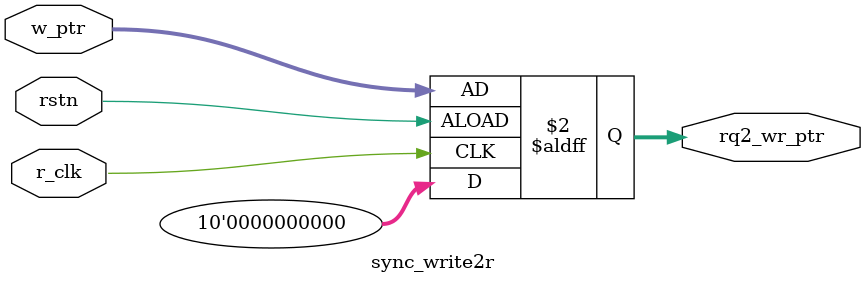
<source format=sv>

module sync_write2r#(parameter Addr_size = 9)
(
  input   r_clk, rstn,
  input   [Addr_size:0] w_ptr,
  output reg [Addr_size:0] rq2_wr_ptr
);

  reg [Addr_size:0] rq1_wr_ptr;

  always_ff @(posedge r_clk or negedge rstn)
    if (rstn)begin
      rq2_wr_ptr <= '0;
	  rq1_wr_ptr <= '0;
	  end
    else begin
      rq2_wr_ptr <= w_ptr;
	  rq1_wr_ptr <= w_ptr;
	  end
endmodule


</source>
